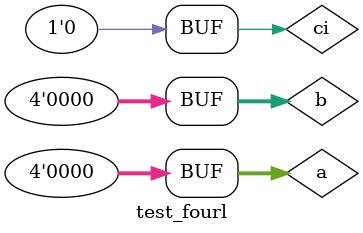
<source format=v>
`timescale 1ns / 1ps


module test_fourl;

	// Inputs
	reg [3:0] a;
	reg [3:0] b;
	reg ci;

	// Outputs
	wire [3:0] s;
	wire c1;

	// Instantiate the Unit Under Test (UUT)
	four_lac uut (
		.a(a), 
		.b(b), 
		.ci(ci), 
		.s(s), 
		.c1(c1)
	);

	initial begin
			// Initialize Inputs
	//	a = 0;
	//	b = 0;
		//ci = 0;

		// Wait 100 ns for global reset to finish
		//#100;
		a=4'b0000;
		b=4'b0000;
		ci=0;
		repeat(16)
			begin
			b=4'b0000;
			repeat(16)
			begin
			#1;
			b=b+4'b0001;
			end
			#1;
			a=a+4'b0001;
			end
	end
      
endmodule


</source>
